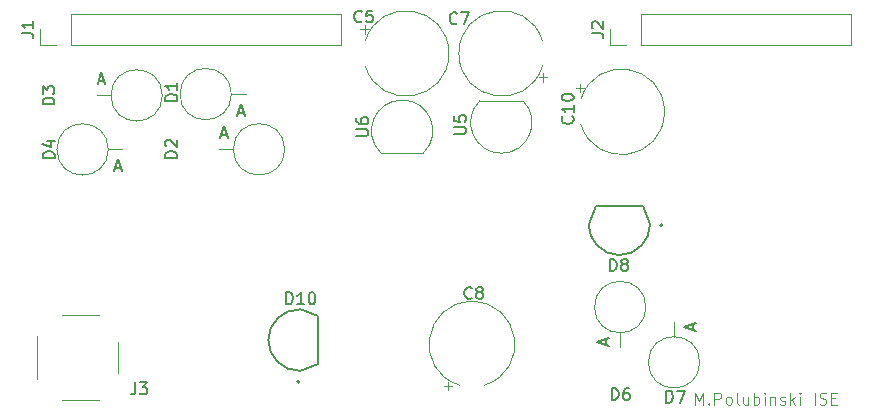
<source format=gto>
G04 #@! TF.GenerationSoftware,KiCad,Pcbnew,8.0.0*
G04 #@! TF.CreationDate,2025-01-04T20:02:43+01:00*
G04 #@! TF.ProjectId,ina2137,696e6132-3133-4372-9e6b-696361645f70,rev?*
G04 #@! TF.SameCoordinates,Original*
G04 #@! TF.FileFunction,Legend,Top*
G04 #@! TF.FilePolarity,Positive*
%FSLAX46Y46*%
G04 Gerber Fmt 4.6, Leading zero omitted, Abs format (unit mm)*
G04 Created by KiCad (PCBNEW 8.0.0) date 2025-01-04 20:02:43*
%MOMM*%
%LPD*%
G01*
G04 APERTURE LIST*
%ADD10C,0.100000*%
%ADD11C,0.150000*%
%ADD12C,0.120000*%
%ADD13C,0.127000*%
%ADD14C,0.200000*%
%ADD15C,0.001000*%
%ADD16C,2.250000*%
%ADD17R,2.800000X2.800000*%
%ADD18O,2.800000X2.800000*%
%ADD19R,1.600000X1.600000*%
%ADD20C,1.600000*%
%ADD21R,1.700000X1.700000*%
%ADD22O,1.700000X1.700000*%
%ADD23R,1.050000X1.500000*%
%ADD24O,1.050000X1.500000*%
%ADD25C,0.600000*%
G04 APERTURE END LIST*
D10*
X166203884Y-111872419D02*
X166203884Y-110872419D01*
X166203884Y-110872419D02*
X166537217Y-111586704D01*
X166537217Y-111586704D02*
X166870550Y-110872419D01*
X166870550Y-110872419D02*
X166870550Y-111872419D01*
X167346741Y-111777180D02*
X167394360Y-111824800D01*
X167394360Y-111824800D02*
X167346741Y-111872419D01*
X167346741Y-111872419D02*
X167299122Y-111824800D01*
X167299122Y-111824800D02*
X167346741Y-111777180D01*
X167346741Y-111777180D02*
X167346741Y-111872419D01*
X167822931Y-111872419D02*
X167822931Y-110872419D01*
X167822931Y-110872419D02*
X168203883Y-110872419D01*
X168203883Y-110872419D02*
X168299121Y-110920038D01*
X168299121Y-110920038D02*
X168346740Y-110967657D01*
X168346740Y-110967657D02*
X168394359Y-111062895D01*
X168394359Y-111062895D02*
X168394359Y-111205752D01*
X168394359Y-111205752D02*
X168346740Y-111300990D01*
X168346740Y-111300990D02*
X168299121Y-111348609D01*
X168299121Y-111348609D02*
X168203883Y-111396228D01*
X168203883Y-111396228D02*
X167822931Y-111396228D01*
X168965788Y-111872419D02*
X168870550Y-111824800D01*
X168870550Y-111824800D02*
X168822931Y-111777180D01*
X168822931Y-111777180D02*
X168775312Y-111681942D01*
X168775312Y-111681942D02*
X168775312Y-111396228D01*
X168775312Y-111396228D02*
X168822931Y-111300990D01*
X168822931Y-111300990D02*
X168870550Y-111253371D01*
X168870550Y-111253371D02*
X168965788Y-111205752D01*
X168965788Y-111205752D02*
X169108645Y-111205752D01*
X169108645Y-111205752D02*
X169203883Y-111253371D01*
X169203883Y-111253371D02*
X169251502Y-111300990D01*
X169251502Y-111300990D02*
X169299121Y-111396228D01*
X169299121Y-111396228D02*
X169299121Y-111681942D01*
X169299121Y-111681942D02*
X169251502Y-111777180D01*
X169251502Y-111777180D02*
X169203883Y-111824800D01*
X169203883Y-111824800D02*
X169108645Y-111872419D01*
X169108645Y-111872419D02*
X168965788Y-111872419D01*
X169870550Y-111872419D02*
X169775312Y-111824800D01*
X169775312Y-111824800D02*
X169727693Y-111729561D01*
X169727693Y-111729561D02*
X169727693Y-110872419D01*
X170680074Y-111205752D02*
X170680074Y-111872419D01*
X170251503Y-111205752D02*
X170251503Y-111729561D01*
X170251503Y-111729561D02*
X170299122Y-111824800D01*
X170299122Y-111824800D02*
X170394360Y-111872419D01*
X170394360Y-111872419D02*
X170537217Y-111872419D01*
X170537217Y-111872419D02*
X170632455Y-111824800D01*
X170632455Y-111824800D02*
X170680074Y-111777180D01*
X171156265Y-111872419D02*
X171156265Y-110872419D01*
X171156265Y-111253371D02*
X171251503Y-111205752D01*
X171251503Y-111205752D02*
X171441979Y-111205752D01*
X171441979Y-111205752D02*
X171537217Y-111253371D01*
X171537217Y-111253371D02*
X171584836Y-111300990D01*
X171584836Y-111300990D02*
X171632455Y-111396228D01*
X171632455Y-111396228D02*
X171632455Y-111681942D01*
X171632455Y-111681942D02*
X171584836Y-111777180D01*
X171584836Y-111777180D02*
X171537217Y-111824800D01*
X171537217Y-111824800D02*
X171441979Y-111872419D01*
X171441979Y-111872419D02*
X171251503Y-111872419D01*
X171251503Y-111872419D02*
X171156265Y-111824800D01*
X172061027Y-111872419D02*
X172061027Y-111205752D01*
X172061027Y-110872419D02*
X172013408Y-110920038D01*
X172013408Y-110920038D02*
X172061027Y-110967657D01*
X172061027Y-110967657D02*
X172108646Y-110920038D01*
X172108646Y-110920038D02*
X172061027Y-110872419D01*
X172061027Y-110872419D02*
X172061027Y-110967657D01*
X172537217Y-111205752D02*
X172537217Y-111872419D01*
X172537217Y-111300990D02*
X172584836Y-111253371D01*
X172584836Y-111253371D02*
X172680074Y-111205752D01*
X172680074Y-111205752D02*
X172822931Y-111205752D01*
X172822931Y-111205752D02*
X172918169Y-111253371D01*
X172918169Y-111253371D02*
X172965788Y-111348609D01*
X172965788Y-111348609D02*
X172965788Y-111872419D01*
X173394360Y-111824800D02*
X173489598Y-111872419D01*
X173489598Y-111872419D02*
X173680074Y-111872419D01*
X173680074Y-111872419D02*
X173775312Y-111824800D01*
X173775312Y-111824800D02*
X173822931Y-111729561D01*
X173822931Y-111729561D02*
X173822931Y-111681942D01*
X173822931Y-111681942D02*
X173775312Y-111586704D01*
X173775312Y-111586704D02*
X173680074Y-111539085D01*
X173680074Y-111539085D02*
X173537217Y-111539085D01*
X173537217Y-111539085D02*
X173441979Y-111491466D01*
X173441979Y-111491466D02*
X173394360Y-111396228D01*
X173394360Y-111396228D02*
X173394360Y-111348609D01*
X173394360Y-111348609D02*
X173441979Y-111253371D01*
X173441979Y-111253371D02*
X173537217Y-111205752D01*
X173537217Y-111205752D02*
X173680074Y-111205752D01*
X173680074Y-111205752D02*
X173775312Y-111253371D01*
X174251503Y-111872419D02*
X174251503Y-110872419D01*
X174346741Y-111491466D02*
X174632455Y-111872419D01*
X174632455Y-111205752D02*
X174251503Y-111586704D01*
X175061027Y-111872419D02*
X175061027Y-111205752D01*
X175061027Y-110872419D02*
X175013408Y-110920038D01*
X175013408Y-110920038D02*
X175061027Y-110967657D01*
X175061027Y-110967657D02*
X175108646Y-110920038D01*
X175108646Y-110920038D02*
X175061027Y-110872419D01*
X175061027Y-110872419D02*
X175061027Y-110967657D01*
X176299122Y-111872419D02*
X176299122Y-110872419D01*
X176727693Y-111824800D02*
X176870550Y-111872419D01*
X176870550Y-111872419D02*
X177108645Y-111872419D01*
X177108645Y-111872419D02*
X177203883Y-111824800D01*
X177203883Y-111824800D02*
X177251502Y-111777180D01*
X177251502Y-111777180D02*
X177299121Y-111681942D01*
X177299121Y-111681942D02*
X177299121Y-111586704D01*
X177299121Y-111586704D02*
X177251502Y-111491466D01*
X177251502Y-111491466D02*
X177203883Y-111443847D01*
X177203883Y-111443847D02*
X177108645Y-111396228D01*
X177108645Y-111396228D02*
X176918169Y-111348609D01*
X176918169Y-111348609D02*
X176822931Y-111300990D01*
X176822931Y-111300990D02*
X176775312Y-111253371D01*
X176775312Y-111253371D02*
X176727693Y-111158133D01*
X176727693Y-111158133D02*
X176727693Y-111062895D01*
X176727693Y-111062895D02*
X176775312Y-110967657D01*
X176775312Y-110967657D02*
X176822931Y-110920038D01*
X176822931Y-110920038D02*
X176918169Y-110872419D01*
X176918169Y-110872419D02*
X177156264Y-110872419D01*
X177156264Y-110872419D02*
X177299121Y-110920038D01*
X177727693Y-111348609D02*
X178061026Y-111348609D01*
X178203883Y-111872419D02*
X177727693Y-111872419D01*
X177727693Y-111872419D02*
X177727693Y-110872419D01*
X177727693Y-110872419D02*
X178203883Y-110872419D01*
D11*
X118796666Y-110004819D02*
X118796666Y-110719104D01*
X118796666Y-110719104D02*
X118749047Y-110861961D01*
X118749047Y-110861961D02*
X118653809Y-110957200D01*
X118653809Y-110957200D02*
X118510952Y-111004819D01*
X118510952Y-111004819D02*
X118415714Y-111004819D01*
X119177619Y-110004819D02*
X119796666Y-110004819D01*
X119796666Y-110004819D02*
X119463333Y-110385771D01*
X119463333Y-110385771D02*
X119606190Y-110385771D01*
X119606190Y-110385771D02*
X119701428Y-110433390D01*
X119701428Y-110433390D02*
X119749047Y-110481009D01*
X119749047Y-110481009D02*
X119796666Y-110576247D01*
X119796666Y-110576247D02*
X119796666Y-110814342D01*
X119796666Y-110814342D02*
X119749047Y-110909580D01*
X119749047Y-110909580D02*
X119701428Y-110957200D01*
X119701428Y-110957200D02*
X119606190Y-111004819D01*
X119606190Y-111004819D02*
X119320476Y-111004819D01*
X119320476Y-111004819D02*
X119225238Y-110957200D01*
X119225238Y-110957200D02*
X119177619Y-110909580D01*
X122334920Y-86158097D02*
X121334920Y-86158097D01*
X121334920Y-86158097D02*
X121334920Y-85920002D01*
X121334920Y-85920002D02*
X121382539Y-85777145D01*
X121382539Y-85777145D02*
X121477777Y-85681907D01*
X121477777Y-85681907D02*
X121573015Y-85634288D01*
X121573015Y-85634288D02*
X121763491Y-85586669D01*
X121763491Y-85586669D02*
X121906348Y-85586669D01*
X121906348Y-85586669D02*
X122096824Y-85634288D01*
X122096824Y-85634288D02*
X122192062Y-85681907D01*
X122192062Y-85681907D02*
X122287301Y-85777145D01*
X122287301Y-85777145D02*
X122334920Y-85920002D01*
X122334920Y-85920002D02*
X122334920Y-86158097D01*
X122334920Y-84634288D02*
X122334920Y-85205716D01*
X122334920Y-84920002D02*
X121334920Y-84920002D01*
X121334920Y-84920002D02*
X121477777Y-85015240D01*
X121477777Y-85015240D02*
X121573015Y-85110478D01*
X121573015Y-85110478D02*
X121620634Y-85205716D01*
X127481905Y-87159104D02*
X127958095Y-87159104D01*
X127386667Y-87444819D02*
X127720000Y-86444819D01*
X127720000Y-86444819D02*
X128053333Y-87444819D01*
X137953333Y-79419580D02*
X137905714Y-79467200D01*
X137905714Y-79467200D02*
X137762857Y-79514819D01*
X137762857Y-79514819D02*
X137667619Y-79514819D01*
X137667619Y-79514819D02*
X137524762Y-79467200D01*
X137524762Y-79467200D02*
X137429524Y-79371961D01*
X137429524Y-79371961D02*
X137381905Y-79276723D01*
X137381905Y-79276723D02*
X137334286Y-79086247D01*
X137334286Y-79086247D02*
X137334286Y-78943390D01*
X137334286Y-78943390D02*
X137381905Y-78752914D01*
X137381905Y-78752914D02*
X137429524Y-78657676D01*
X137429524Y-78657676D02*
X137524762Y-78562438D01*
X137524762Y-78562438D02*
X137667619Y-78514819D01*
X137667619Y-78514819D02*
X137762857Y-78514819D01*
X137762857Y-78514819D02*
X137905714Y-78562438D01*
X137905714Y-78562438D02*
X137953333Y-78610057D01*
X138858095Y-78514819D02*
X138381905Y-78514819D01*
X138381905Y-78514819D02*
X138334286Y-78991009D01*
X138334286Y-78991009D02*
X138381905Y-78943390D01*
X138381905Y-78943390D02*
X138477143Y-78895771D01*
X138477143Y-78895771D02*
X138715238Y-78895771D01*
X138715238Y-78895771D02*
X138810476Y-78943390D01*
X138810476Y-78943390D02*
X138858095Y-78991009D01*
X138858095Y-78991009D02*
X138905714Y-79086247D01*
X138905714Y-79086247D02*
X138905714Y-79324342D01*
X138905714Y-79324342D02*
X138858095Y-79419580D01*
X138858095Y-79419580D02*
X138810476Y-79467200D01*
X138810476Y-79467200D02*
X138715238Y-79514819D01*
X138715238Y-79514819D02*
X138477143Y-79514819D01*
X138477143Y-79514819D02*
X138381905Y-79467200D01*
X138381905Y-79467200D02*
X138334286Y-79419580D01*
X109164819Y-80433333D02*
X109879104Y-80433333D01*
X109879104Y-80433333D02*
X110021961Y-80480952D01*
X110021961Y-80480952D02*
X110117200Y-80576190D01*
X110117200Y-80576190D02*
X110164819Y-80719047D01*
X110164819Y-80719047D02*
X110164819Y-80814285D01*
X110164819Y-79433333D02*
X110164819Y-80004761D01*
X110164819Y-79719047D02*
X109164819Y-79719047D01*
X109164819Y-79719047D02*
X109307676Y-79814285D01*
X109307676Y-79814285D02*
X109402914Y-79909523D01*
X109402914Y-79909523D02*
X109450533Y-80004761D01*
X111954819Y-91008094D02*
X110954819Y-91008094D01*
X110954819Y-91008094D02*
X110954819Y-90769999D01*
X110954819Y-90769999D02*
X111002438Y-90627142D01*
X111002438Y-90627142D02*
X111097676Y-90531904D01*
X111097676Y-90531904D02*
X111192914Y-90484285D01*
X111192914Y-90484285D02*
X111383390Y-90436666D01*
X111383390Y-90436666D02*
X111526247Y-90436666D01*
X111526247Y-90436666D02*
X111716723Y-90484285D01*
X111716723Y-90484285D02*
X111811961Y-90531904D01*
X111811961Y-90531904D02*
X111907200Y-90627142D01*
X111907200Y-90627142D02*
X111954819Y-90769999D01*
X111954819Y-90769999D02*
X111954819Y-91008094D01*
X111288152Y-89579523D02*
X111954819Y-89579523D01*
X110907200Y-89817618D02*
X111621485Y-90055713D01*
X111621485Y-90055713D02*
X111621485Y-89436666D01*
X117061905Y-91839104D02*
X117538095Y-91839104D01*
X116966667Y-92124819D02*
X117300000Y-91124819D01*
X117300000Y-91124819D02*
X117633333Y-92124819D01*
X157424819Y-80433333D02*
X158139104Y-80433333D01*
X158139104Y-80433333D02*
X158281961Y-80480952D01*
X158281961Y-80480952D02*
X158377200Y-80576190D01*
X158377200Y-80576190D02*
X158424819Y-80719047D01*
X158424819Y-80719047D02*
X158424819Y-80814285D01*
X157520057Y-80004761D02*
X157472438Y-79957142D01*
X157472438Y-79957142D02*
X157424819Y-79861904D01*
X157424819Y-79861904D02*
X157424819Y-79623809D01*
X157424819Y-79623809D02*
X157472438Y-79528571D01*
X157472438Y-79528571D02*
X157520057Y-79480952D01*
X157520057Y-79480952D02*
X157615295Y-79433333D01*
X157615295Y-79433333D02*
X157710533Y-79433333D01*
X157710533Y-79433333D02*
X157853390Y-79480952D01*
X157853390Y-79480952D02*
X158424819Y-80052380D01*
X158424819Y-80052380D02*
X158424819Y-79433333D01*
X122304819Y-90978094D02*
X121304819Y-90978094D01*
X121304819Y-90978094D02*
X121304819Y-90739999D01*
X121304819Y-90739999D02*
X121352438Y-90597142D01*
X121352438Y-90597142D02*
X121447676Y-90501904D01*
X121447676Y-90501904D02*
X121542914Y-90454285D01*
X121542914Y-90454285D02*
X121733390Y-90406666D01*
X121733390Y-90406666D02*
X121876247Y-90406666D01*
X121876247Y-90406666D02*
X122066723Y-90454285D01*
X122066723Y-90454285D02*
X122161961Y-90501904D01*
X122161961Y-90501904D02*
X122257200Y-90597142D01*
X122257200Y-90597142D02*
X122304819Y-90739999D01*
X122304819Y-90739999D02*
X122304819Y-90978094D01*
X121400057Y-90025713D02*
X121352438Y-89978094D01*
X121352438Y-89978094D02*
X121304819Y-89882856D01*
X121304819Y-89882856D02*
X121304819Y-89644761D01*
X121304819Y-89644761D02*
X121352438Y-89549523D01*
X121352438Y-89549523D02*
X121400057Y-89501904D01*
X121400057Y-89501904D02*
X121495295Y-89454285D01*
X121495295Y-89454285D02*
X121590533Y-89454285D01*
X121590533Y-89454285D02*
X121733390Y-89501904D01*
X121733390Y-89501904D02*
X122304819Y-90073332D01*
X122304819Y-90073332D02*
X122304819Y-89454285D01*
X126042006Y-89039104D02*
X126518196Y-89039104D01*
X125946768Y-89324819D02*
X126280101Y-88324819D01*
X126280101Y-88324819D02*
X126613434Y-89324819D01*
X163731905Y-111704768D02*
X163731905Y-110704768D01*
X163731905Y-110704768D02*
X163970000Y-110704768D01*
X163970000Y-110704768D02*
X164112857Y-110752387D01*
X164112857Y-110752387D02*
X164208095Y-110847625D01*
X164208095Y-110847625D02*
X164255714Y-110942863D01*
X164255714Y-110942863D02*
X164303333Y-111133339D01*
X164303333Y-111133339D02*
X164303333Y-111276196D01*
X164303333Y-111276196D02*
X164255714Y-111466672D01*
X164255714Y-111466672D02*
X164208095Y-111561910D01*
X164208095Y-111561910D02*
X164112857Y-111657149D01*
X164112857Y-111657149D02*
X163970000Y-111704768D01*
X163970000Y-111704768D02*
X163731905Y-111704768D01*
X164636667Y-110704768D02*
X165303333Y-110704768D01*
X165303333Y-110704768D02*
X164874762Y-111704768D01*
X165969104Y-105558094D02*
X165969104Y-105081904D01*
X166254819Y-105653332D02*
X165254819Y-105319999D01*
X165254819Y-105319999D02*
X166254819Y-104986666D01*
X146013333Y-79579580D02*
X145965714Y-79627200D01*
X145965714Y-79627200D02*
X145822857Y-79674819D01*
X145822857Y-79674819D02*
X145727619Y-79674819D01*
X145727619Y-79674819D02*
X145584762Y-79627200D01*
X145584762Y-79627200D02*
X145489524Y-79531961D01*
X145489524Y-79531961D02*
X145441905Y-79436723D01*
X145441905Y-79436723D02*
X145394286Y-79246247D01*
X145394286Y-79246247D02*
X145394286Y-79103390D01*
X145394286Y-79103390D02*
X145441905Y-78912914D01*
X145441905Y-78912914D02*
X145489524Y-78817676D01*
X145489524Y-78817676D02*
X145584762Y-78722438D01*
X145584762Y-78722438D02*
X145727619Y-78674819D01*
X145727619Y-78674819D02*
X145822857Y-78674819D01*
X145822857Y-78674819D02*
X145965714Y-78722438D01*
X145965714Y-78722438D02*
X146013333Y-78770057D01*
X146346667Y-78674819D02*
X147013333Y-78674819D01*
X147013333Y-78674819D02*
X146584762Y-79674819D01*
X155797380Y-87480357D02*
X155845000Y-87527976D01*
X155845000Y-87527976D02*
X155892619Y-87670833D01*
X155892619Y-87670833D02*
X155892619Y-87766071D01*
X155892619Y-87766071D02*
X155845000Y-87908928D01*
X155845000Y-87908928D02*
X155749761Y-88004166D01*
X155749761Y-88004166D02*
X155654523Y-88051785D01*
X155654523Y-88051785D02*
X155464047Y-88099404D01*
X155464047Y-88099404D02*
X155321190Y-88099404D01*
X155321190Y-88099404D02*
X155130714Y-88051785D01*
X155130714Y-88051785D02*
X155035476Y-88004166D01*
X155035476Y-88004166D02*
X154940238Y-87908928D01*
X154940238Y-87908928D02*
X154892619Y-87766071D01*
X154892619Y-87766071D02*
X154892619Y-87670833D01*
X154892619Y-87670833D02*
X154940238Y-87527976D01*
X154940238Y-87527976D02*
X154987857Y-87480357D01*
X155892619Y-86527976D02*
X155892619Y-87099404D01*
X155892619Y-86813690D02*
X154892619Y-86813690D01*
X154892619Y-86813690D02*
X155035476Y-86908928D01*
X155035476Y-86908928D02*
X155130714Y-87004166D01*
X155130714Y-87004166D02*
X155178333Y-87099404D01*
X154892619Y-85908928D02*
X154892619Y-85813690D01*
X154892619Y-85813690D02*
X154940238Y-85718452D01*
X154940238Y-85718452D02*
X154987857Y-85670833D01*
X154987857Y-85670833D02*
X155083095Y-85623214D01*
X155083095Y-85623214D02*
X155273571Y-85575595D01*
X155273571Y-85575595D02*
X155511666Y-85575595D01*
X155511666Y-85575595D02*
X155702142Y-85623214D01*
X155702142Y-85623214D02*
X155797380Y-85670833D01*
X155797380Y-85670833D02*
X155845000Y-85718452D01*
X155845000Y-85718452D02*
X155892619Y-85813690D01*
X155892619Y-85813690D02*
X155892619Y-85908928D01*
X155892619Y-85908928D02*
X155845000Y-86004166D01*
X155845000Y-86004166D02*
X155797380Y-86051785D01*
X155797380Y-86051785D02*
X155702142Y-86099404D01*
X155702142Y-86099404D02*
X155511666Y-86147023D01*
X155511666Y-86147023D02*
X155273571Y-86147023D01*
X155273571Y-86147023D02*
X155083095Y-86099404D01*
X155083095Y-86099404D02*
X154987857Y-86051785D01*
X154987857Y-86051785D02*
X154940238Y-86004166D01*
X154940238Y-86004166D02*
X154892619Y-85908928D01*
X159131905Y-111484871D02*
X159131905Y-110484871D01*
X159131905Y-110484871D02*
X159370000Y-110484871D01*
X159370000Y-110484871D02*
X159512857Y-110532490D01*
X159512857Y-110532490D02*
X159608095Y-110627728D01*
X159608095Y-110627728D02*
X159655714Y-110722966D01*
X159655714Y-110722966D02*
X159703333Y-110913442D01*
X159703333Y-110913442D02*
X159703333Y-111056299D01*
X159703333Y-111056299D02*
X159655714Y-111246775D01*
X159655714Y-111246775D02*
X159608095Y-111342013D01*
X159608095Y-111342013D02*
X159512857Y-111437252D01*
X159512857Y-111437252D02*
X159370000Y-111484871D01*
X159370000Y-111484871D02*
X159131905Y-111484871D01*
X160560476Y-110484871D02*
X160370000Y-110484871D01*
X160370000Y-110484871D02*
X160274762Y-110532490D01*
X160274762Y-110532490D02*
X160227143Y-110580109D01*
X160227143Y-110580109D02*
X160131905Y-110722966D01*
X160131905Y-110722966D02*
X160084286Y-110913442D01*
X160084286Y-110913442D02*
X160084286Y-111294394D01*
X160084286Y-111294394D02*
X160131905Y-111389632D01*
X160131905Y-111389632D02*
X160179524Y-111437252D01*
X160179524Y-111437252D02*
X160274762Y-111484871D01*
X160274762Y-111484871D02*
X160465238Y-111484871D01*
X160465238Y-111484871D02*
X160560476Y-111437252D01*
X160560476Y-111437252D02*
X160608095Y-111389632D01*
X160608095Y-111389632D02*
X160655714Y-111294394D01*
X160655714Y-111294394D02*
X160655714Y-111056299D01*
X160655714Y-111056299D02*
X160608095Y-110961061D01*
X160608095Y-110961061D02*
X160560476Y-110913442D01*
X160560476Y-110913442D02*
X160465238Y-110865823D01*
X160465238Y-110865823D02*
X160274762Y-110865823D01*
X160274762Y-110865823D02*
X160179524Y-110913442D01*
X160179524Y-110913442D02*
X160131905Y-110961061D01*
X160131905Y-110961061D02*
X160084286Y-111056299D01*
X158609154Y-106838094D02*
X158609154Y-106361904D01*
X158894869Y-106933332D02*
X157894869Y-106599999D01*
X157894869Y-106599999D02*
X158894869Y-106266666D01*
X137504819Y-89131904D02*
X138314342Y-89131904D01*
X138314342Y-89131904D02*
X138409580Y-89084285D01*
X138409580Y-89084285D02*
X138457200Y-89036666D01*
X138457200Y-89036666D02*
X138504819Y-88941428D01*
X138504819Y-88941428D02*
X138504819Y-88750952D01*
X138504819Y-88750952D02*
X138457200Y-88655714D01*
X138457200Y-88655714D02*
X138409580Y-88608095D01*
X138409580Y-88608095D02*
X138314342Y-88560476D01*
X138314342Y-88560476D02*
X137504819Y-88560476D01*
X137504819Y-87655714D02*
X137504819Y-87846190D01*
X137504819Y-87846190D02*
X137552438Y-87941428D01*
X137552438Y-87941428D02*
X137600057Y-87989047D01*
X137600057Y-87989047D02*
X137742914Y-88084285D01*
X137742914Y-88084285D02*
X137933390Y-88131904D01*
X137933390Y-88131904D02*
X138314342Y-88131904D01*
X138314342Y-88131904D02*
X138409580Y-88084285D01*
X138409580Y-88084285D02*
X138457200Y-88036666D01*
X138457200Y-88036666D02*
X138504819Y-87941428D01*
X138504819Y-87941428D02*
X138504819Y-87750952D01*
X138504819Y-87750952D02*
X138457200Y-87655714D01*
X138457200Y-87655714D02*
X138409580Y-87608095D01*
X138409580Y-87608095D02*
X138314342Y-87560476D01*
X138314342Y-87560476D02*
X138076247Y-87560476D01*
X138076247Y-87560476D02*
X137981009Y-87608095D01*
X137981009Y-87608095D02*
X137933390Y-87655714D01*
X137933390Y-87655714D02*
X137885771Y-87750952D01*
X137885771Y-87750952D02*
X137885771Y-87941428D01*
X137885771Y-87941428D02*
X137933390Y-88036666D01*
X137933390Y-88036666D02*
X137981009Y-88084285D01*
X137981009Y-88084285D02*
X138076247Y-88131904D01*
X111934819Y-86468094D02*
X110934819Y-86468094D01*
X110934819Y-86468094D02*
X110934819Y-86229999D01*
X110934819Y-86229999D02*
X110982438Y-86087142D01*
X110982438Y-86087142D02*
X111077676Y-85991904D01*
X111077676Y-85991904D02*
X111172914Y-85944285D01*
X111172914Y-85944285D02*
X111363390Y-85896666D01*
X111363390Y-85896666D02*
X111506247Y-85896666D01*
X111506247Y-85896666D02*
X111696723Y-85944285D01*
X111696723Y-85944285D02*
X111791961Y-85991904D01*
X111791961Y-85991904D02*
X111887200Y-86087142D01*
X111887200Y-86087142D02*
X111934819Y-86229999D01*
X111934819Y-86229999D02*
X111934819Y-86468094D01*
X110934819Y-85563332D02*
X110934819Y-84944285D01*
X110934819Y-84944285D02*
X111315771Y-85277618D01*
X111315771Y-85277618D02*
X111315771Y-85134761D01*
X111315771Y-85134761D02*
X111363390Y-85039523D01*
X111363390Y-85039523D02*
X111411009Y-84991904D01*
X111411009Y-84991904D02*
X111506247Y-84944285D01*
X111506247Y-84944285D02*
X111744342Y-84944285D01*
X111744342Y-84944285D02*
X111839580Y-84991904D01*
X111839580Y-84991904D02*
X111887200Y-85039523D01*
X111887200Y-85039523D02*
X111934819Y-85134761D01*
X111934819Y-85134761D02*
X111934819Y-85420475D01*
X111934819Y-85420475D02*
X111887200Y-85515713D01*
X111887200Y-85515713D02*
X111839580Y-85563332D01*
X115681905Y-84469104D02*
X116158095Y-84469104D01*
X115586667Y-84754819D02*
X115920000Y-83754819D01*
X115920000Y-83754819D02*
X116253333Y-84754819D01*
X145784819Y-88951904D02*
X146594342Y-88951904D01*
X146594342Y-88951904D02*
X146689580Y-88904285D01*
X146689580Y-88904285D02*
X146737200Y-88856666D01*
X146737200Y-88856666D02*
X146784819Y-88761428D01*
X146784819Y-88761428D02*
X146784819Y-88570952D01*
X146784819Y-88570952D02*
X146737200Y-88475714D01*
X146737200Y-88475714D02*
X146689580Y-88428095D01*
X146689580Y-88428095D02*
X146594342Y-88380476D01*
X146594342Y-88380476D02*
X145784819Y-88380476D01*
X145784819Y-87428095D02*
X145784819Y-87904285D01*
X145784819Y-87904285D02*
X146261009Y-87951904D01*
X146261009Y-87951904D02*
X146213390Y-87904285D01*
X146213390Y-87904285D02*
X146165771Y-87809047D01*
X146165771Y-87809047D02*
X146165771Y-87570952D01*
X146165771Y-87570952D02*
X146213390Y-87475714D01*
X146213390Y-87475714D02*
X146261009Y-87428095D01*
X146261009Y-87428095D02*
X146356247Y-87380476D01*
X146356247Y-87380476D02*
X146594342Y-87380476D01*
X146594342Y-87380476D02*
X146689580Y-87428095D01*
X146689580Y-87428095D02*
X146737200Y-87475714D01*
X146737200Y-87475714D02*
X146784819Y-87570952D01*
X146784819Y-87570952D02*
X146784819Y-87809047D01*
X146784819Y-87809047D02*
X146737200Y-87904285D01*
X146737200Y-87904285D02*
X146689580Y-87951904D01*
X147273332Y-102839303D02*
X147225713Y-102886923D01*
X147225713Y-102886923D02*
X147082856Y-102934542D01*
X147082856Y-102934542D02*
X146987618Y-102934542D01*
X146987618Y-102934542D02*
X146844761Y-102886923D01*
X146844761Y-102886923D02*
X146749523Y-102791684D01*
X146749523Y-102791684D02*
X146701904Y-102696446D01*
X146701904Y-102696446D02*
X146654285Y-102505970D01*
X146654285Y-102505970D02*
X146654285Y-102363113D01*
X146654285Y-102363113D02*
X146701904Y-102172637D01*
X146701904Y-102172637D02*
X146749523Y-102077399D01*
X146749523Y-102077399D02*
X146844761Y-101982161D01*
X146844761Y-101982161D02*
X146987618Y-101934542D01*
X146987618Y-101934542D02*
X147082856Y-101934542D01*
X147082856Y-101934542D02*
X147225713Y-101982161D01*
X147225713Y-101982161D02*
X147273332Y-102029780D01*
X147844761Y-102363113D02*
X147749523Y-102315494D01*
X147749523Y-102315494D02*
X147701904Y-102267875D01*
X147701904Y-102267875D02*
X147654285Y-102172637D01*
X147654285Y-102172637D02*
X147654285Y-102125018D01*
X147654285Y-102125018D02*
X147701904Y-102029780D01*
X147701904Y-102029780D02*
X147749523Y-101982161D01*
X147749523Y-101982161D02*
X147844761Y-101934542D01*
X147844761Y-101934542D02*
X148035237Y-101934542D01*
X148035237Y-101934542D02*
X148130475Y-101982161D01*
X148130475Y-101982161D02*
X148178094Y-102029780D01*
X148178094Y-102029780D02*
X148225713Y-102125018D01*
X148225713Y-102125018D02*
X148225713Y-102172637D01*
X148225713Y-102172637D02*
X148178094Y-102267875D01*
X148178094Y-102267875D02*
X148130475Y-102315494D01*
X148130475Y-102315494D02*
X148035237Y-102363113D01*
X148035237Y-102363113D02*
X147844761Y-102363113D01*
X147844761Y-102363113D02*
X147749523Y-102410732D01*
X147749523Y-102410732D02*
X147701904Y-102458351D01*
X147701904Y-102458351D02*
X147654285Y-102553589D01*
X147654285Y-102553589D02*
X147654285Y-102744065D01*
X147654285Y-102744065D02*
X147701904Y-102839303D01*
X147701904Y-102839303D02*
X147749523Y-102886923D01*
X147749523Y-102886923D02*
X147844761Y-102934542D01*
X147844761Y-102934542D02*
X148035237Y-102934542D01*
X148035237Y-102934542D02*
X148130475Y-102886923D01*
X148130475Y-102886923D02*
X148178094Y-102839303D01*
X148178094Y-102839303D02*
X148225713Y-102744065D01*
X148225713Y-102744065D02*
X148225713Y-102553589D01*
X148225713Y-102553589D02*
X148178094Y-102458351D01*
X148178094Y-102458351D02*
X148130475Y-102410732D01*
X148130475Y-102410732D02*
X148035237Y-102363113D01*
X131545714Y-103372480D02*
X131545714Y-102372480D01*
X131545714Y-102372480D02*
X131783809Y-102372480D01*
X131783809Y-102372480D02*
X131926666Y-102420099D01*
X131926666Y-102420099D02*
X132021904Y-102515337D01*
X132021904Y-102515337D02*
X132069523Y-102610575D01*
X132069523Y-102610575D02*
X132117142Y-102801051D01*
X132117142Y-102801051D02*
X132117142Y-102943908D01*
X132117142Y-102943908D02*
X132069523Y-103134384D01*
X132069523Y-103134384D02*
X132021904Y-103229622D01*
X132021904Y-103229622D02*
X131926666Y-103324861D01*
X131926666Y-103324861D02*
X131783809Y-103372480D01*
X131783809Y-103372480D02*
X131545714Y-103372480D01*
X133069523Y-103372480D02*
X132498095Y-103372480D01*
X132783809Y-103372480D02*
X132783809Y-102372480D01*
X132783809Y-102372480D02*
X132688571Y-102515337D01*
X132688571Y-102515337D02*
X132593333Y-102610575D01*
X132593333Y-102610575D02*
X132498095Y-102658194D01*
X133688571Y-102372480D02*
X133783809Y-102372480D01*
X133783809Y-102372480D02*
X133879047Y-102420099D01*
X133879047Y-102420099D02*
X133926666Y-102467718D01*
X133926666Y-102467718D02*
X133974285Y-102562956D01*
X133974285Y-102562956D02*
X134021904Y-102753432D01*
X134021904Y-102753432D02*
X134021904Y-102991527D01*
X134021904Y-102991527D02*
X133974285Y-103182003D01*
X133974285Y-103182003D02*
X133926666Y-103277241D01*
X133926666Y-103277241D02*
X133879047Y-103324861D01*
X133879047Y-103324861D02*
X133783809Y-103372480D01*
X133783809Y-103372480D02*
X133688571Y-103372480D01*
X133688571Y-103372480D02*
X133593333Y-103324861D01*
X133593333Y-103324861D02*
X133545714Y-103277241D01*
X133545714Y-103277241D02*
X133498095Y-103182003D01*
X133498095Y-103182003D02*
X133450476Y-102991527D01*
X133450476Y-102991527D02*
X133450476Y-102753432D01*
X133450476Y-102753432D02*
X133498095Y-102562956D01*
X133498095Y-102562956D02*
X133545714Y-102467718D01*
X133545714Y-102467718D02*
X133593333Y-102420099D01*
X133593333Y-102420099D02*
X133688571Y-102372480D01*
X158971905Y-100554819D02*
X158971905Y-99554819D01*
X158971905Y-99554819D02*
X159210000Y-99554819D01*
X159210000Y-99554819D02*
X159352857Y-99602438D01*
X159352857Y-99602438D02*
X159448095Y-99697676D01*
X159448095Y-99697676D02*
X159495714Y-99792914D01*
X159495714Y-99792914D02*
X159543333Y-99983390D01*
X159543333Y-99983390D02*
X159543333Y-100126247D01*
X159543333Y-100126247D02*
X159495714Y-100316723D01*
X159495714Y-100316723D02*
X159448095Y-100411961D01*
X159448095Y-100411961D02*
X159352857Y-100507200D01*
X159352857Y-100507200D02*
X159210000Y-100554819D01*
X159210000Y-100554819D02*
X158971905Y-100554819D01*
X160114762Y-99983390D02*
X160019524Y-99935771D01*
X160019524Y-99935771D02*
X159971905Y-99888152D01*
X159971905Y-99888152D02*
X159924286Y-99792914D01*
X159924286Y-99792914D02*
X159924286Y-99745295D01*
X159924286Y-99745295D02*
X159971905Y-99650057D01*
X159971905Y-99650057D02*
X160019524Y-99602438D01*
X160019524Y-99602438D02*
X160114762Y-99554819D01*
X160114762Y-99554819D02*
X160305238Y-99554819D01*
X160305238Y-99554819D02*
X160400476Y-99602438D01*
X160400476Y-99602438D02*
X160448095Y-99650057D01*
X160448095Y-99650057D02*
X160495714Y-99745295D01*
X160495714Y-99745295D02*
X160495714Y-99792914D01*
X160495714Y-99792914D02*
X160448095Y-99888152D01*
X160448095Y-99888152D02*
X160400476Y-99935771D01*
X160400476Y-99935771D02*
X160305238Y-99983390D01*
X160305238Y-99983390D02*
X160114762Y-99983390D01*
X160114762Y-99983390D02*
X160019524Y-100031009D01*
X160019524Y-100031009D02*
X159971905Y-100078628D01*
X159971905Y-100078628D02*
X159924286Y-100173866D01*
X159924286Y-100173866D02*
X159924286Y-100364342D01*
X159924286Y-100364342D02*
X159971905Y-100459580D01*
X159971905Y-100459580D02*
X160019524Y-100507200D01*
X160019524Y-100507200D02*
X160114762Y-100554819D01*
X160114762Y-100554819D02*
X160305238Y-100554819D01*
X160305238Y-100554819D02*
X160400476Y-100507200D01*
X160400476Y-100507200D02*
X160448095Y-100459580D01*
X160448095Y-100459580D02*
X160495714Y-100364342D01*
X160495714Y-100364342D02*
X160495714Y-100173866D01*
X160495714Y-100173866D02*
X160448095Y-100078628D01*
X160448095Y-100078628D02*
X160400476Y-100031009D01*
X160400476Y-100031009D02*
X160305238Y-99983390D01*
D12*
X110460000Y-109700000D02*
X110460000Y-106100000D01*
X112540000Y-104300000D02*
X115740000Y-104300000D01*
X112540000Y-111500000D02*
X115740000Y-111500000D01*
X117340000Y-109200000D02*
X117340000Y-106600000D01*
X126914899Y-85590000D02*
X128120000Y-85590000D01*
X126914899Y-85590000D02*
G75*
G02*
X122565101Y-85590000I-2174899J0D01*
G01*
X122565101Y-85590000D02*
G75*
G02*
X126914899Y-85590000I2174899J0D01*
G01*
X137845277Y-80115000D02*
X138545277Y-80115000D01*
X138195277Y-79765000D02*
X138195277Y-80465000D01*
X138258672Y-81090000D02*
G75*
G02*
X138258672Y-83210000I3461328J-1060000D01*
G01*
X110710000Y-81430000D02*
X110710000Y-80100000D01*
X112040000Y-81430000D02*
X110710000Y-81430000D01*
X113310000Y-78770000D02*
X136230000Y-78770000D01*
X113310000Y-81430000D02*
X113310000Y-78770000D01*
X113310000Y-81430000D02*
X136230000Y-81430000D01*
X136230000Y-81430000D02*
X136230000Y-78770000D01*
X116494899Y-90270000D02*
X117700000Y-90270000D01*
X116494899Y-90270000D02*
G75*
G02*
X112145101Y-90270000I-2174899J0D01*
G01*
X112145101Y-90270000D02*
G75*
G02*
X116494899Y-90270000I2174899J0D01*
G01*
X158970000Y-81430000D02*
X158970000Y-80100000D01*
X160300000Y-81430000D02*
X158970000Y-81430000D01*
X161570000Y-78770000D02*
X179410000Y-78770000D01*
X161570000Y-81430000D02*
X161570000Y-78770000D01*
X161570000Y-81430000D02*
X179410000Y-81430000D01*
X179410000Y-81430000D02*
X179410000Y-78770000D01*
X127085202Y-90270000D02*
X125880101Y-90270000D01*
X131435000Y-90270000D02*
G75*
G02*
X127085202Y-90270000I-2174899J0D01*
G01*
X127085202Y-90270000D02*
G75*
G02*
X131435000Y-90270000I2174899J0D01*
G01*
X164400000Y-106125101D02*
X164400000Y-104920000D01*
X166574899Y-108300000D02*
G75*
G02*
X162225101Y-108300000I-2174899J0D01*
G01*
X162225101Y-108300000D02*
G75*
G02*
X166574899Y-108300000I2174899J0D01*
G01*
X153324723Y-84535000D02*
X153324723Y-83835000D01*
X153674723Y-84185000D02*
X152974723Y-84185000D01*
X153261328Y-83210000D02*
G75*
G02*
X153261328Y-81090000I-3461328J1060000D01*
G01*
X156095277Y-85055000D02*
X156795277Y-85055000D01*
X156445277Y-84705000D02*
X156445277Y-85405000D01*
X156508672Y-86030000D02*
G75*
G02*
X156508672Y-88150000I3461328J-1060000D01*
G01*
X159840050Y-105794899D02*
X159840050Y-107000000D01*
X162014949Y-103620000D02*
G75*
G02*
X157665151Y-103620000I-2174899J0D01*
G01*
X157665151Y-103620000D02*
G75*
G02*
X162014949Y-103620000I2174899J0D01*
G01*
X139580000Y-90540000D02*
X143180000Y-90540000D01*
X139541522Y-90528478D02*
G75*
G02*
X141380000Y-86090000I1838478J1838478D01*
G01*
X141380000Y-86090000D02*
G75*
G02*
X143218478Y-90528478I0J-2600000D01*
G01*
X116725101Y-85700000D02*
X115520000Y-85700000D01*
X121074899Y-85700000D02*
G75*
G02*
X116725101Y-85700000I-2174899J0D01*
G01*
X116725101Y-85700000D02*
G75*
G02*
X121074899Y-85700000I2174899J0D01*
G01*
X151580000Y-86150000D02*
X147980000Y-86150000D01*
X149780000Y-90600000D02*
G75*
G02*
X147941522Y-86161522I0J2600000D01*
G01*
X151618478Y-86161522D02*
G75*
G02*
X149780000Y-90600000I-1838478J-1838478D01*
G01*
X144905000Y-110294723D02*
X145605000Y-110294723D01*
X145255000Y-110644723D02*
X145255000Y-109944723D01*
X146230000Y-110231328D02*
G75*
G02*
X148350000Y-110231328I1060000J3461328D01*
G01*
D13*
X132710000Y-103812661D02*
X134230000Y-104417661D01*
X134230000Y-104417661D02*
X134230000Y-108417661D01*
X134230000Y-108417661D02*
X132710000Y-109022661D01*
X130040000Y-106417661D02*
G75*
G02*
X132710000Y-103812661I2637500J-32500D01*
G01*
X132710000Y-109022661D02*
G75*
G02*
X130040000Y-106417661I-32500J2637500D01*
G01*
D14*
X132684400Y-109957661D02*
G75*
G02*
X132475600Y-109957661I-104400J0D01*
G01*
X132475600Y-109957661D02*
G75*
G02*
X132684400Y-109957661I104400J0D01*
G01*
D13*
X157162800Y-96557500D02*
X157767800Y-95037500D01*
X157767800Y-95037500D02*
X161767800Y-95037500D01*
X161767800Y-95037500D02*
X162372800Y-96557500D01*
X159767800Y-99227500D02*
G75*
G02*
X157162800Y-96557500I32500J2637500D01*
G01*
X162372800Y-96557500D02*
G75*
G02*
X159767800Y-99227500I-2637500J-32500D01*
G01*
D14*
X163412200Y-96687500D02*
G75*
G02*
X163203400Y-96687500I-104400J0D01*
G01*
X163203400Y-96687500D02*
G75*
G02*
X163412200Y-96687500I104400J0D01*
G01*
%LPC*%
D15*
X133270000Y-104563661D02*
X133301000Y-104566661D01*
X133332000Y-104571661D01*
X133363000Y-104577661D01*
X133394000Y-104585661D01*
X133424000Y-104595661D01*
X133453000Y-104606661D01*
X133482000Y-104618661D01*
X133510000Y-104632661D01*
X133538000Y-104648661D01*
X133565000Y-104665661D01*
X133590000Y-104683661D01*
X133615000Y-104703661D01*
X133639000Y-104724661D01*
X133661000Y-104746661D01*
X133682000Y-104769661D01*
X133702000Y-104793661D01*
X133721000Y-104819661D01*
X133739000Y-104845661D01*
X133755000Y-104872661D01*
X133769000Y-104900661D01*
X133782000Y-104929661D01*
X133794000Y-104958661D01*
X133804000Y-104988661D01*
X133812000Y-105019661D01*
X133819000Y-105049661D01*
X133824000Y-105081661D01*
X133828000Y-105112661D01*
X133830000Y-105147661D01*
X133828000Y-105182661D01*
X133824000Y-105213661D01*
X133819000Y-105245661D01*
X133812000Y-105275661D01*
X133804000Y-105306661D01*
X133794000Y-105336661D01*
X133782000Y-105365661D01*
X133769000Y-105394661D01*
X133755000Y-105422661D01*
X133739000Y-105449661D01*
X133721000Y-105475661D01*
X133702000Y-105501661D01*
X133682000Y-105525661D01*
X133661000Y-105548661D01*
X133639000Y-105570661D01*
X133615000Y-105591661D01*
X133590000Y-105611661D01*
X133565000Y-105629661D01*
X133538000Y-105646661D01*
X133510000Y-105662661D01*
X133482000Y-105676661D01*
X133453000Y-105688661D01*
X133424000Y-105699661D01*
X133394000Y-105709661D01*
X133363000Y-105717661D01*
X133332000Y-105723661D01*
X133301000Y-105728661D01*
X133270000Y-105731661D01*
X133238000Y-105732661D01*
X133210000Y-105732661D01*
X132210000Y-105732661D01*
X132182000Y-105732661D01*
X132150000Y-105731661D01*
X132119000Y-105728661D01*
X132088000Y-105723661D01*
X132057000Y-105717661D01*
X132026000Y-105709661D01*
X131996000Y-105699661D01*
X131967000Y-105688661D01*
X131938000Y-105676661D01*
X131910000Y-105662661D01*
X131882000Y-105646661D01*
X131855000Y-105629661D01*
X131830000Y-105611661D01*
X131805000Y-105591661D01*
X131781000Y-105570661D01*
X131759000Y-105548661D01*
X131738000Y-105525661D01*
X131718000Y-105501661D01*
X131699000Y-105475661D01*
X131681000Y-105449661D01*
X131665000Y-105422661D01*
X131651000Y-105394661D01*
X131638000Y-105365661D01*
X131626000Y-105336661D01*
X131616000Y-105306661D01*
X131608000Y-105275661D01*
X131601000Y-105245661D01*
X131596000Y-105213661D01*
X131592000Y-105182661D01*
X131590000Y-105147661D01*
X131592000Y-105112661D01*
X131596000Y-105081661D01*
X131601000Y-105049661D01*
X131608000Y-105019661D01*
X131616000Y-104988661D01*
X131626000Y-104958661D01*
X131638000Y-104929661D01*
X131651000Y-104900661D01*
X131665000Y-104872661D01*
X131681000Y-104845661D01*
X131699000Y-104819661D01*
X131718000Y-104793661D01*
X131738000Y-104769661D01*
X131759000Y-104746661D01*
X131781000Y-104724661D01*
X131805000Y-104703661D01*
X131830000Y-104683661D01*
X131855000Y-104665661D01*
X131882000Y-104648661D01*
X131910000Y-104632661D01*
X131938000Y-104618661D01*
X131967000Y-104606661D01*
X131996000Y-104595661D01*
X132026000Y-104585661D01*
X132057000Y-104577661D01*
X132088000Y-104571661D01*
X132119000Y-104566661D01*
X132150000Y-104563661D01*
X132182000Y-104562661D01*
X132210000Y-104562661D01*
X133210000Y-104562661D01*
X133238000Y-104562661D01*
X133270000Y-104563661D01*
G36*
X133270000Y-104563661D02*
G01*
X133301000Y-104566661D01*
X133332000Y-104571661D01*
X133363000Y-104577661D01*
X133394000Y-104585661D01*
X133424000Y-104595661D01*
X133453000Y-104606661D01*
X133482000Y-104618661D01*
X133510000Y-104632661D01*
X133538000Y-104648661D01*
X133565000Y-104665661D01*
X133590000Y-104683661D01*
X133615000Y-104703661D01*
X133639000Y-104724661D01*
X133661000Y-104746661D01*
X133682000Y-104769661D01*
X133702000Y-104793661D01*
X133721000Y-104819661D01*
X133739000Y-104845661D01*
X133755000Y-104872661D01*
X133769000Y-104900661D01*
X133782000Y-104929661D01*
X133794000Y-104958661D01*
X133804000Y-104988661D01*
X133812000Y-105019661D01*
X133819000Y-105049661D01*
X133824000Y-105081661D01*
X133828000Y-105112661D01*
X133830000Y-105147661D01*
X133828000Y-105182661D01*
X133824000Y-105213661D01*
X133819000Y-105245661D01*
X133812000Y-105275661D01*
X133804000Y-105306661D01*
X133794000Y-105336661D01*
X133782000Y-105365661D01*
X133769000Y-105394661D01*
X133755000Y-105422661D01*
X133739000Y-105449661D01*
X133721000Y-105475661D01*
X133702000Y-105501661D01*
X133682000Y-105525661D01*
X133661000Y-105548661D01*
X133639000Y-105570661D01*
X133615000Y-105591661D01*
X133590000Y-105611661D01*
X133565000Y-105629661D01*
X133538000Y-105646661D01*
X133510000Y-105662661D01*
X133482000Y-105676661D01*
X133453000Y-105688661D01*
X133424000Y-105699661D01*
X133394000Y-105709661D01*
X133363000Y-105717661D01*
X133332000Y-105723661D01*
X133301000Y-105728661D01*
X133270000Y-105731661D01*
X133238000Y-105732661D01*
X133210000Y-105732661D01*
X132210000Y-105732661D01*
X132182000Y-105732661D01*
X132150000Y-105731661D01*
X132119000Y-105728661D01*
X132088000Y-105723661D01*
X132057000Y-105717661D01*
X132026000Y-105709661D01*
X131996000Y-105699661D01*
X131967000Y-105688661D01*
X131938000Y-105676661D01*
X131910000Y-105662661D01*
X131882000Y-105646661D01*
X131855000Y-105629661D01*
X131830000Y-105611661D01*
X131805000Y-105591661D01*
X131781000Y-105570661D01*
X131759000Y-105548661D01*
X131738000Y-105525661D01*
X131718000Y-105501661D01*
X131699000Y-105475661D01*
X131681000Y-105449661D01*
X131665000Y-105422661D01*
X131651000Y-105394661D01*
X131638000Y-105365661D01*
X131626000Y-105336661D01*
X131616000Y-105306661D01*
X131608000Y-105275661D01*
X131601000Y-105245661D01*
X131596000Y-105213661D01*
X131592000Y-105182661D01*
X131590000Y-105147661D01*
X131592000Y-105112661D01*
X131596000Y-105081661D01*
X131601000Y-105049661D01*
X131608000Y-105019661D01*
X131616000Y-104988661D01*
X131626000Y-104958661D01*
X131638000Y-104929661D01*
X131651000Y-104900661D01*
X131665000Y-104872661D01*
X131681000Y-104845661D01*
X131699000Y-104819661D01*
X131718000Y-104793661D01*
X131738000Y-104769661D01*
X131759000Y-104746661D01*
X131781000Y-104724661D01*
X131805000Y-104703661D01*
X131830000Y-104683661D01*
X131855000Y-104665661D01*
X131882000Y-104648661D01*
X131910000Y-104632661D01*
X131938000Y-104618661D01*
X131967000Y-104606661D01*
X131996000Y-104595661D01*
X132026000Y-104585661D01*
X132057000Y-104577661D01*
X132088000Y-104571661D01*
X132119000Y-104566661D01*
X132150000Y-104563661D01*
X132182000Y-104562661D01*
X132210000Y-104562661D01*
X133210000Y-104562661D01*
X133238000Y-104562661D01*
X133270000Y-104563661D01*
G37*
X133270000Y-105833661D02*
X133301000Y-105836661D01*
X133332000Y-105841661D01*
X133363000Y-105847661D01*
X133394000Y-105855661D01*
X133424000Y-105865661D01*
X133453000Y-105876661D01*
X133482000Y-105888661D01*
X133510000Y-105902661D01*
X133538000Y-105918661D01*
X133565000Y-105935661D01*
X133590000Y-105953661D01*
X133615000Y-105973661D01*
X133639000Y-105994661D01*
X133661000Y-106016661D01*
X133682000Y-106039661D01*
X133702000Y-106063661D01*
X133721000Y-106089661D01*
X133739000Y-106115661D01*
X133755000Y-106142661D01*
X133769000Y-106170661D01*
X133782000Y-106199661D01*
X133794000Y-106228661D01*
X133804000Y-106258661D01*
X133812000Y-106289661D01*
X133819000Y-106319661D01*
X133824000Y-106351661D01*
X133828000Y-106382661D01*
X133830000Y-106417661D01*
X133828000Y-106452661D01*
X133824000Y-106483661D01*
X133819000Y-106515661D01*
X133812000Y-106545661D01*
X133804000Y-106576661D01*
X133794000Y-106606661D01*
X133782000Y-106635661D01*
X133769000Y-106664661D01*
X133755000Y-106692661D01*
X133739000Y-106719661D01*
X133721000Y-106745661D01*
X133702000Y-106771661D01*
X133682000Y-106795661D01*
X133661000Y-106818661D01*
X133639000Y-106840661D01*
X133615000Y-106861661D01*
X133590000Y-106881661D01*
X133565000Y-106899661D01*
X133538000Y-106916661D01*
X133510000Y-106932661D01*
X133482000Y-106946661D01*
X133453000Y-106958661D01*
X133424000Y-106969661D01*
X133394000Y-106979661D01*
X133363000Y-106987661D01*
X133332000Y-106993661D01*
X133301000Y-106998661D01*
X133270000Y-107001661D01*
X133238000Y-107002661D01*
X133210000Y-107002661D01*
X132210000Y-107002661D01*
X132182000Y-107002661D01*
X132150000Y-107001661D01*
X132119000Y-106998661D01*
X132088000Y-106993661D01*
X132057000Y-106987661D01*
X132026000Y-106979661D01*
X131996000Y-106969661D01*
X131967000Y-106958661D01*
X131938000Y-106946661D01*
X131910000Y-106932661D01*
X131882000Y-106916661D01*
X131855000Y-106899661D01*
X131830000Y-106881661D01*
X131805000Y-106861661D01*
X131781000Y-106840661D01*
X131759000Y-106818661D01*
X131738000Y-106795661D01*
X131718000Y-106771661D01*
X131699000Y-106745661D01*
X131681000Y-106719661D01*
X131665000Y-106692661D01*
X131651000Y-106664661D01*
X131638000Y-106635661D01*
X131626000Y-106606661D01*
X131616000Y-106576661D01*
X131608000Y-106545661D01*
X131601000Y-106515661D01*
X131596000Y-106483661D01*
X131592000Y-106452661D01*
X131590000Y-106417661D01*
X131592000Y-106382661D01*
X131596000Y-106351661D01*
X131601000Y-106319661D01*
X131608000Y-106289661D01*
X131616000Y-106258661D01*
X131626000Y-106228661D01*
X131638000Y-106199661D01*
X131651000Y-106170661D01*
X131665000Y-106142661D01*
X131681000Y-106115661D01*
X131699000Y-106089661D01*
X131718000Y-106063661D01*
X131738000Y-106039661D01*
X131759000Y-106016661D01*
X131781000Y-105994661D01*
X131805000Y-105973661D01*
X131830000Y-105953661D01*
X131855000Y-105935661D01*
X131882000Y-105918661D01*
X131910000Y-105902661D01*
X131938000Y-105888661D01*
X131967000Y-105876661D01*
X131996000Y-105865661D01*
X132026000Y-105855661D01*
X132057000Y-105847661D01*
X132088000Y-105841661D01*
X132119000Y-105836661D01*
X132150000Y-105833661D01*
X132182000Y-105832661D01*
X132210000Y-105832661D01*
X133210000Y-105832661D01*
X133238000Y-105832661D01*
X133270000Y-105833661D01*
G36*
X133270000Y-105833661D02*
G01*
X133301000Y-105836661D01*
X133332000Y-105841661D01*
X133363000Y-105847661D01*
X133394000Y-105855661D01*
X133424000Y-105865661D01*
X133453000Y-105876661D01*
X133482000Y-105888661D01*
X133510000Y-105902661D01*
X133538000Y-105918661D01*
X133565000Y-105935661D01*
X133590000Y-105953661D01*
X133615000Y-105973661D01*
X133639000Y-105994661D01*
X133661000Y-106016661D01*
X133682000Y-106039661D01*
X133702000Y-106063661D01*
X133721000Y-106089661D01*
X133739000Y-106115661D01*
X133755000Y-106142661D01*
X133769000Y-106170661D01*
X133782000Y-106199661D01*
X133794000Y-106228661D01*
X133804000Y-106258661D01*
X133812000Y-106289661D01*
X133819000Y-106319661D01*
X133824000Y-106351661D01*
X133828000Y-106382661D01*
X133830000Y-106417661D01*
X133828000Y-106452661D01*
X133824000Y-106483661D01*
X133819000Y-106515661D01*
X133812000Y-106545661D01*
X133804000Y-106576661D01*
X133794000Y-106606661D01*
X133782000Y-106635661D01*
X133769000Y-106664661D01*
X133755000Y-106692661D01*
X133739000Y-106719661D01*
X133721000Y-106745661D01*
X133702000Y-106771661D01*
X133682000Y-106795661D01*
X133661000Y-106818661D01*
X133639000Y-106840661D01*
X133615000Y-106861661D01*
X133590000Y-106881661D01*
X133565000Y-106899661D01*
X133538000Y-106916661D01*
X133510000Y-106932661D01*
X133482000Y-106946661D01*
X133453000Y-106958661D01*
X133424000Y-106969661D01*
X133394000Y-106979661D01*
X133363000Y-106987661D01*
X133332000Y-106993661D01*
X133301000Y-106998661D01*
X133270000Y-107001661D01*
X133238000Y-107002661D01*
X133210000Y-107002661D01*
X132210000Y-107002661D01*
X132182000Y-107002661D01*
X132150000Y-107001661D01*
X132119000Y-106998661D01*
X132088000Y-106993661D01*
X132057000Y-106987661D01*
X132026000Y-106979661D01*
X131996000Y-106969661D01*
X131967000Y-106958661D01*
X131938000Y-106946661D01*
X131910000Y-106932661D01*
X131882000Y-106916661D01*
X131855000Y-106899661D01*
X131830000Y-106881661D01*
X131805000Y-106861661D01*
X131781000Y-106840661D01*
X131759000Y-106818661D01*
X131738000Y-106795661D01*
X131718000Y-106771661D01*
X131699000Y-106745661D01*
X131681000Y-106719661D01*
X131665000Y-106692661D01*
X131651000Y-106664661D01*
X131638000Y-106635661D01*
X131626000Y-106606661D01*
X131616000Y-106576661D01*
X131608000Y-106545661D01*
X131601000Y-106515661D01*
X131596000Y-106483661D01*
X131592000Y-106452661D01*
X131590000Y-106417661D01*
X131592000Y-106382661D01*
X131596000Y-106351661D01*
X131601000Y-106319661D01*
X131608000Y-106289661D01*
X131616000Y-106258661D01*
X131626000Y-106228661D01*
X131638000Y-106199661D01*
X131651000Y-106170661D01*
X131665000Y-106142661D01*
X131681000Y-106115661D01*
X131699000Y-106089661D01*
X131718000Y-106063661D01*
X131738000Y-106039661D01*
X131759000Y-106016661D01*
X131781000Y-105994661D01*
X131805000Y-105973661D01*
X131830000Y-105953661D01*
X131855000Y-105935661D01*
X131882000Y-105918661D01*
X131910000Y-105902661D01*
X131938000Y-105888661D01*
X131967000Y-105876661D01*
X131996000Y-105865661D01*
X132026000Y-105855661D01*
X132057000Y-105847661D01*
X132088000Y-105841661D01*
X132119000Y-105836661D01*
X132150000Y-105833661D01*
X132182000Y-105832661D01*
X132210000Y-105832661D01*
X133210000Y-105832661D01*
X133238000Y-105832661D01*
X133270000Y-105833661D01*
G37*
X133270000Y-107103661D02*
X133301000Y-107106661D01*
X133332000Y-107111661D01*
X133363000Y-107117661D01*
X133394000Y-107125661D01*
X133424000Y-107135661D01*
X133453000Y-107146661D01*
X133482000Y-107158661D01*
X133510000Y-107172661D01*
X133538000Y-107188661D01*
X133565000Y-107205661D01*
X133590000Y-107223661D01*
X133615000Y-107243661D01*
X133639000Y-107264661D01*
X133661000Y-107286661D01*
X133682000Y-107309661D01*
X133702000Y-107333661D01*
X133721000Y-107359661D01*
X133739000Y-107385661D01*
X133755000Y-107412661D01*
X133769000Y-107440661D01*
X133782000Y-107469661D01*
X133794000Y-107498661D01*
X133804000Y-107528661D01*
X133812000Y-107559661D01*
X133819000Y-107589661D01*
X133824000Y-107621661D01*
X133828000Y-107652661D01*
X133830000Y-107687661D01*
X133828000Y-107722661D01*
X133824000Y-107753661D01*
X133819000Y-107785661D01*
X133812000Y-107815661D01*
X133804000Y-107846661D01*
X133794000Y-107876661D01*
X133782000Y-107905661D01*
X133769000Y-107934661D01*
X133755000Y-107962661D01*
X133739000Y-107989661D01*
X133721000Y-108015661D01*
X133702000Y-108041661D01*
X133682000Y-108065661D01*
X133661000Y-108088661D01*
X133639000Y-108110661D01*
X133615000Y-108131661D01*
X133590000Y-108151661D01*
X133565000Y-108169661D01*
X133538000Y-108186661D01*
X133510000Y-108202661D01*
X133482000Y-108216661D01*
X133453000Y-108228661D01*
X133424000Y-108239661D01*
X133394000Y-108249661D01*
X133363000Y-108257661D01*
X133332000Y-108263661D01*
X133301000Y-108268661D01*
X133270000Y-108271661D01*
X133238000Y-108272661D01*
X133210000Y-108272661D01*
X132210000Y-108272661D01*
X132182000Y-108272661D01*
X132150000Y-108271661D01*
X132119000Y-108268661D01*
X132088000Y-108263661D01*
X132057000Y-108257661D01*
X132026000Y-108249661D01*
X131996000Y-108239661D01*
X131967000Y-108228661D01*
X131938000Y-108216661D01*
X131910000Y-108202661D01*
X131882000Y-108186661D01*
X131855000Y-108169661D01*
X131830000Y-108151661D01*
X131805000Y-108131661D01*
X131781000Y-108110661D01*
X131759000Y-108088661D01*
X131738000Y-108065661D01*
X131718000Y-108041661D01*
X131699000Y-108015661D01*
X131681000Y-107989661D01*
X131665000Y-107962661D01*
X131651000Y-107934661D01*
X131638000Y-107905661D01*
X131626000Y-107876661D01*
X131616000Y-107846661D01*
X131608000Y-107815661D01*
X131601000Y-107785661D01*
X131596000Y-107753661D01*
X131592000Y-107722661D01*
X131590000Y-107687661D01*
X131592000Y-107652661D01*
X131596000Y-107621661D01*
X131601000Y-107589661D01*
X131608000Y-107559661D01*
X131616000Y-107528661D01*
X131626000Y-107498661D01*
X131638000Y-107469661D01*
X131651000Y-107440661D01*
X131665000Y-107412661D01*
X131681000Y-107385661D01*
X131699000Y-107359661D01*
X131718000Y-107333661D01*
X131738000Y-107309661D01*
X131759000Y-107286661D01*
X131781000Y-107264661D01*
X131805000Y-107243661D01*
X131830000Y-107223661D01*
X131855000Y-107205661D01*
X131882000Y-107188661D01*
X131910000Y-107172661D01*
X131938000Y-107158661D01*
X131967000Y-107146661D01*
X131996000Y-107135661D01*
X132026000Y-107125661D01*
X132057000Y-107117661D01*
X132088000Y-107111661D01*
X132119000Y-107106661D01*
X132150000Y-107103661D01*
X132182000Y-107102661D01*
X132210000Y-107102661D01*
X133210000Y-107102661D01*
X133238000Y-107102661D01*
X133270000Y-107103661D01*
G36*
X133270000Y-107103661D02*
G01*
X133301000Y-107106661D01*
X133332000Y-107111661D01*
X133363000Y-107117661D01*
X133394000Y-107125661D01*
X133424000Y-107135661D01*
X133453000Y-107146661D01*
X133482000Y-107158661D01*
X133510000Y-107172661D01*
X133538000Y-107188661D01*
X133565000Y-107205661D01*
X133590000Y-107223661D01*
X133615000Y-107243661D01*
X133639000Y-107264661D01*
X133661000Y-107286661D01*
X133682000Y-107309661D01*
X133702000Y-107333661D01*
X133721000Y-107359661D01*
X133739000Y-107385661D01*
X133755000Y-107412661D01*
X133769000Y-107440661D01*
X133782000Y-107469661D01*
X133794000Y-107498661D01*
X133804000Y-107528661D01*
X133812000Y-107559661D01*
X133819000Y-107589661D01*
X133824000Y-107621661D01*
X133828000Y-107652661D01*
X133830000Y-107687661D01*
X133828000Y-107722661D01*
X133824000Y-107753661D01*
X133819000Y-107785661D01*
X133812000Y-107815661D01*
X133804000Y-107846661D01*
X133794000Y-107876661D01*
X133782000Y-107905661D01*
X133769000Y-107934661D01*
X133755000Y-107962661D01*
X133739000Y-107989661D01*
X133721000Y-108015661D01*
X133702000Y-108041661D01*
X133682000Y-108065661D01*
X133661000Y-108088661D01*
X133639000Y-108110661D01*
X133615000Y-108131661D01*
X133590000Y-108151661D01*
X133565000Y-108169661D01*
X133538000Y-108186661D01*
X133510000Y-108202661D01*
X133482000Y-108216661D01*
X133453000Y-108228661D01*
X133424000Y-108239661D01*
X133394000Y-108249661D01*
X133363000Y-108257661D01*
X133332000Y-108263661D01*
X133301000Y-108268661D01*
X133270000Y-108271661D01*
X133238000Y-108272661D01*
X133210000Y-108272661D01*
X132210000Y-108272661D01*
X132182000Y-108272661D01*
X132150000Y-108271661D01*
X132119000Y-108268661D01*
X132088000Y-108263661D01*
X132057000Y-108257661D01*
X132026000Y-108249661D01*
X131996000Y-108239661D01*
X131967000Y-108228661D01*
X131938000Y-108216661D01*
X131910000Y-108202661D01*
X131882000Y-108186661D01*
X131855000Y-108169661D01*
X131830000Y-108151661D01*
X131805000Y-108131661D01*
X131781000Y-108110661D01*
X131759000Y-108088661D01*
X131738000Y-108065661D01*
X131718000Y-108041661D01*
X131699000Y-108015661D01*
X131681000Y-107989661D01*
X131665000Y-107962661D01*
X131651000Y-107934661D01*
X131638000Y-107905661D01*
X131626000Y-107876661D01*
X131616000Y-107846661D01*
X131608000Y-107815661D01*
X131601000Y-107785661D01*
X131596000Y-107753661D01*
X131592000Y-107722661D01*
X131590000Y-107687661D01*
X131592000Y-107652661D01*
X131596000Y-107621661D01*
X131601000Y-107589661D01*
X131608000Y-107559661D01*
X131616000Y-107528661D01*
X131626000Y-107498661D01*
X131638000Y-107469661D01*
X131651000Y-107440661D01*
X131665000Y-107412661D01*
X131681000Y-107385661D01*
X131699000Y-107359661D01*
X131718000Y-107333661D01*
X131738000Y-107309661D01*
X131759000Y-107286661D01*
X131781000Y-107264661D01*
X131805000Y-107243661D01*
X131830000Y-107223661D01*
X131855000Y-107205661D01*
X131882000Y-107188661D01*
X131910000Y-107172661D01*
X131938000Y-107158661D01*
X131967000Y-107146661D01*
X131996000Y-107135661D01*
X132026000Y-107125661D01*
X132057000Y-107117661D01*
X132088000Y-107111661D01*
X132119000Y-107106661D01*
X132150000Y-107103661D01*
X132182000Y-107102661D01*
X132210000Y-107102661D01*
X133210000Y-107102661D01*
X133238000Y-107102661D01*
X133270000Y-107103661D01*
G37*
X158532800Y-95439500D02*
X158563800Y-95443500D01*
X158595800Y-95448500D01*
X158625800Y-95455500D01*
X158656800Y-95463500D01*
X158686800Y-95473500D01*
X158715800Y-95485500D01*
X158744800Y-95498500D01*
X158772800Y-95512500D01*
X158799800Y-95528500D01*
X158825800Y-95546500D01*
X158851800Y-95565500D01*
X158875800Y-95585500D01*
X158898800Y-95606500D01*
X158920800Y-95628500D01*
X158941800Y-95652500D01*
X158961800Y-95677500D01*
X158979800Y-95702500D01*
X158996800Y-95729500D01*
X159012800Y-95757500D01*
X159026800Y-95785500D01*
X159038800Y-95814500D01*
X159049800Y-95843500D01*
X159059800Y-95873500D01*
X159067800Y-95904500D01*
X159073800Y-95935500D01*
X159078800Y-95966500D01*
X159081800Y-95997500D01*
X159082800Y-96029500D01*
X159082800Y-96057500D01*
X159082800Y-97057500D01*
X159082800Y-97085500D01*
X159081800Y-97117500D01*
X159078800Y-97148500D01*
X159073800Y-97179500D01*
X159067800Y-97210500D01*
X159059800Y-97241500D01*
X159049800Y-97271500D01*
X159038800Y-97300500D01*
X159026800Y-97329500D01*
X159012800Y-97357500D01*
X158996800Y-97385500D01*
X158979800Y-97412500D01*
X158961800Y-97437500D01*
X158941800Y-97462500D01*
X158920800Y-97486500D01*
X158898800Y-97508500D01*
X158875800Y-97529500D01*
X158851800Y-97549500D01*
X158825800Y-97568500D01*
X158799800Y-97586500D01*
X158772800Y-97602500D01*
X158744800Y-97616500D01*
X158715800Y-97629500D01*
X158686800Y-97641500D01*
X158656800Y-97651500D01*
X158625800Y-97659500D01*
X158595800Y-97666500D01*
X158563800Y-97671500D01*
X158532800Y-97675500D01*
X158497800Y-97677500D01*
X158462800Y-97675500D01*
X158431800Y-97671500D01*
X158399800Y-97666500D01*
X158369800Y-97659500D01*
X158338800Y-97651500D01*
X158308800Y-97641500D01*
X158279800Y-97629500D01*
X158250800Y-97616500D01*
X158222800Y-97602500D01*
X158195800Y-97586500D01*
X158169800Y-97568500D01*
X158143800Y-97549500D01*
X158119800Y-97529500D01*
X158096800Y-97508500D01*
X158074800Y-97486500D01*
X158053800Y-97462500D01*
X158033800Y-97437500D01*
X158015800Y-97412500D01*
X157998800Y-97385500D01*
X157982800Y-97357500D01*
X157968800Y-97329500D01*
X157956800Y-97300500D01*
X157945800Y-97271500D01*
X157935800Y-97241500D01*
X157927800Y-97210500D01*
X157921800Y-97179500D01*
X157916800Y-97148500D01*
X157913800Y-97117500D01*
X157912800Y-97085500D01*
X157912800Y-97057500D01*
X157912800Y-96057500D01*
X157912800Y-96029500D01*
X157913800Y-95997500D01*
X157916800Y-95966500D01*
X157921800Y-95935500D01*
X157927800Y-95904500D01*
X157935800Y-95873500D01*
X157945800Y-95843500D01*
X157956800Y-95814500D01*
X157968800Y-95785500D01*
X157982800Y-95757500D01*
X157998800Y-95729500D01*
X158015800Y-95702500D01*
X158033800Y-95677500D01*
X158053800Y-95652500D01*
X158074800Y-95628500D01*
X158096800Y-95606500D01*
X158119800Y-95585500D01*
X158143800Y-95565500D01*
X158169800Y-95546500D01*
X158195800Y-95528500D01*
X158222800Y-95512500D01*
X158250800Y-95498500D01*
X158279800Y-95485500D01*
X158308800Y-95473500D01*
X158338800Y-95463500D01*
X158369800Y-95455500D01*
X158399800Y-95448500D01*
X158431800Y-95443500D01*
X158462800Y-95439500D01*
X158497800Y-95437500D01*
X158532800Y-95439500D01*
G36*
X158532800Y-95439500D02*
G01*
X158563800Y-95443500D01*
X158595800Y-95448500D01*
X158625800Y-95455500D01*
X158656800Y-95463500D01*
X158686800Y-95473500D01*
X158715800Y-95485500D01*
X158744800Y-95498500D01*
X158772800Y-95512500D01*
X158799800Y-95528500D01*
X158825800Y-95546500D01*
X158851800Y-95565500D01*
X158875800Y-95585500D01*
X158898800Y-95606500D01*
X158920800Y-95628500D01*
X158941800Y-95652500D01*
X158961800Y-95677500D01*
X158979800Y-95702500D01*
X158996800Y-95729500D01*
X159012800Y-95757500D01*
X159026800Y-95785500D01*
X159038800Y-95814500D01*
X159049800Y-95843500D01*
X159059800Y-95873500D01*
X159067800Y-95904500D01*
X159073800Y-95935500D01*
X159078800Y-95966500D01*
X159081800Y-95997500D01*
X159082800Y-96029500D01*
X159082800Y-96057500D01*
X159082800Y-97057500D01*
X159082800Y-97085500D01*
X159081800Y-97117500D01*
X159078800Y-97148500D01*
X159073800Y-97179500D01*
X159067800Y-97210500D01*
X159059800Y-97241500D01*
X159049800Y-97271500D01*
X159038800Y-97300500D01*
X159026800Y-97329500D01*
X159012800Y-97357500D01*
X158996800Y-97385500D01*
X158979800Y-97412500D01*
X158961800Y-97437500D01*
X158941800Y-97462500D01*
X158920800Y-97486500D01*
X158898800Y-97508500D01*
X158875800Y-97529500D01*
X158851800Y-97549500D01*
X158825800Y-97568500D01*
X158799800Y-97586500D01*
X158772800Y-97602500D01*
X158744800Y-97616500D01*
X158715800Y-97629500D01*
X158686800Y-97641500D01*
X158656800Y-97651500D01*
X158625800Y-97659500D01*
X158595800Y-97666500D01*
X158563800Y-97671500D01*
X158532800Y-97675500D01*
X158497800Y-97677500D01*
X158462800Y-97675500D01*
X158431800Y-97671500D01*
X158399800Y-97666500D01*
X158369800Y-97659500D01*
X158338800Y-97651500D01*
X158308800Y-97641500D01*
X158279800Y-97629500D01*
X158250800Y-97616500D01*
X158222800Y-97602500D01*
X158195800Y-97586500D01*
X158169800Y-97568500D01*
X158143800Y-97549500D01*
X158119800Y-97529500D01*
X158096800Y-97508500D01*
X158074800Y-97486500D01*
X158053800Y-97462500D01*
X158033800Y-97437500D01*
X158015800Y-97412500D01*
X157998800Y-97385500D01*
X157982800Y-97357500D01*
X157968800Y-97329500D01*
X157956800Y-97300500D01*
X157945800Y-97271500D01*
X157935800Y-97241500D01*
X157927800Y-97210500D01*
X157921800Y-97179500D01*
X157916800Y-97148500D01*
X157913800Y-97117500D01*
X157912800Y-97085500D01*
X157912800Y-97057500D01*
X157912800Y-96057500D01*
X157912800Y-96029500D01*
X157913800Y-95997500D01*
X157916800Y-95966500D01*
X157921800Y-95935500D01*
X157927800Y-95904500D01*
X157935800Y-95873500D01*
X157945800Y-95843500D01*
X157956800Y-95814500D01*
X157968800Y-95785500D01*
X157982800Y-95757500D01*
X157998800Y-95729500D01*
X158015800Y-95702500D01*
X158033800Y-95677500D01*
X158053800Y-95652500D01*
X158074800Y-95628500D01*
X158096800Y-95606500D01*
X158119800Y-95585500D01*
X158143800Y-95565500D01*
X158169800Y-95546500D01*
X158195800Y-95528500D01*
X158222800Y-95512500D01*
X158250800Y-95498500D01*
X158279800Y-95485500D01*
X158308800Y-95473500D01*
X158338800Y-95463500D01*
X158369800Y-95455500D01*
X158399800Y-95448500D01*
X158431800Y-95443500D01*
X158462800Y-95439500D01*
X158497800Y-95437500D01*
X158532800Y-95439500D01*
G37*
X159802800Y-95439500D02*
X159833800Y-95443500D01*
X159865800Y-95448500D01*
X159895800Y-95455500D01*
X159926800Y-95463500D01*
X159956800Y-95473500D01*
X159985800Y-95485500D01*
X160014800Y-95498500D01*
X160042800Y-95512500D01*
X160069800Y-95528500D01*
X160095800Y-95546500D01*
X160121800Y-95565500D01*
X160145800Y-95585500D01*
X160168800Y-95606500D01*
X160190800Y-95628500D01*
X160211800Y-95652500D01*
X160231800Y-95677500D01*
X160249800Y-95702500D01*
X160266800Y-95729500D01*
X160282800Y-95757500D01*
X160296800Y-95785500D01*
X160308800Y-95814500D01*
X160319800Y-95843500D01*
X160329800Y-95873500D01*
X160337800Y-95904500D01*
X160343800Y-95935500D01*
X160348800Y-95966500D01*
X160351800Y-95997500D01*
X160352800Y-96029500D01*
X160352800Y-96057500D01*
X160352800Y-97057500D01*
X160352800Y-97085500D01*
X160351800Y-97117500D01*
X160348800Y-97148500D01*
X160343800Y-97179500D01*
X160337800Y-97210500D01*
X160329800Y-97241500D01*
X160319800Y-97271500D01*
X160308800Y-97300500D01*
X160296800Y-97329500D01*
X160282800Y-97357500D01*
X160266800Y-97385500D01*
X160249800Y-97412500D01*
X160231800Y-97437500D01*
X160211800Y-97462500D01*
X160190800Y-97486500D01*
X160168800Y-97508500D01*
X160145800Y-97529500D01*
X160121800Y-97549500D01*
X160095800Y-97568500D01*
X160069800Y-97586500D01*
X160042800Y-97602500D01*
X160014800Y-97616500D01*
X159985800Y-97629500D01*
X159956800Y-97641500D01*
X159926800Y-97651500D01*
X159895800Y-97659500D01*
X159865800Y-97666500D01*
X159833800Y-97671500D01*
X159802800Y-97675500D01*
X159767800Y-97677500D01*
X159732800Y-97675500D01*
X159701800Y-97671500D01*
X159669800Y-97666500D01*
X159639800Y-97659500D01*
X159608800Y-97651500D01*
X159578800Y-97641500D01*
X159549800Y-97629500D01*
X159520800Y-97616500D01*
X159492800Y-97602500D01*
X159465800Y-97586500D01*
X159439800Y-97568500D01*
X159413800Y-97549500D01*
X159389800Y-97529500D01*
X159366800Y-97508500D01*
X159344800Y-97486500D01*
X159323800Y-97462500D01*
X159303800Y-97437500D01*
X159285800Y-97412500D01*
X159268800Y-97385500D01*
X159252800Y-97357500D01*
X159238800Y-97329500D01*
X159226800Y-97300500D01*
X159215800Y-97271500D01*
X159205800Y-97241500D01*
X159197800Y-97210500D01*
X159191800Y-97179500D01*
X159186800Y-97148500D01*
X159183800Y-97117500D01*
X159182800Y-97085500D01*
X159182800Y-97057500D01*
X159182800Y-96057500D01*
X159182800Y-96029500D01*
X159183800Y-95997500D01*
X159186800Y-95966500D01*
X159191800Y-95935500D01*
X159197800Y-95904500D01*
X159205800Y-95873500D01*
X159215800Y-95843500D01*
X159226800Y-95814500D01*
X159238800Y-95785500D01*
X159252800Y-95757500D01*
X159268800Y-95729500D01*
X159285800Y-95702500D01*
X159303800Y-95677500D01*
X159323800Y-95652500D01*
X159344800Y-95628500D01*
X159366800Y-95606500D01*
X159389800Y-95585500D01*
X159413800Y-95565500D01*
X159439800Y-95546500D01*
X159465800Y-95528500D01*
X159492800Y-95512500D01*
X159520800Y-95498500D01*
X159549800Y-95485500D01*
X159578800Y-95473500D01*
X159608800Y-95463500D01*
X159639800Y-95455500D01*
X159669800Y-95448500D01*
X159701800Y-95443500D01*
X159732800Y-95439500D01*
X159767800Y-95437500D01*
X159802800Y-95439500D01*
G36*
X159802800Y-95439500D02*
G01*
X159833800Y-95443500D01*
X159865800Y-95448500D01*
X159895800Y-95455500D01*
X159926800Y-95463500D01*
X159956800Y-95473500D01*
X159985800Y-95485500D01*
X160014800Y-95498500D01*
X160042800Y-95512500D01*
X160069800Y-95528500D01*
X160095800Y-95546500D01*
X160121800Y-95565500D01*
X160145800Y-95585500D01*
X160168800Y-95606500D01*
X160190800Y-95628500D01*
X160211800Y-95652500D01*
X160231800Y-95677500D01*
X160249800Y-95702500D01*
X160266800Y-95729500D01*
X160282800Y-95757500D01*
X160296800Y-95785500D01*
X160308800Y-95814500D01*
X160319800Y-95843500D01*
X160329800Y-95873500D01*
X160337800Y-95904500D01*
X160343800Y-95935500D01*
X160348800Y-95966500D01*
X160351800Y-95997500D01*
X160352800Y-96029500D01*
X160352800Y-96057500D01*
X160352800Y-97057500D01*
X160352800Y-97085500D01*
X160351800Y-97117500D01*
X160348800Y-97148500D01*
X160343800Y-97179500D01*
X160337800Y-97210500D01*
X160329800Y-97241500D01*
X160319800Y-97271500D01*
X160308800Y-97300500D01*
X160296800Y-97329500D01*
X160282800Y-97357500D01*
X160266800Y-97385500D01*
X160249800Y-97412500D01*
X160231800Y-97437500D01*
X160211800Y-97462500D01*
X160190800Y-97486500D01*
X160168800Y-97508500D01*
X160145800Y-97529500D01*
X160121800Y-97549500D01*
X160095800Y-97568500D01*
X160069800Y-97586500D01*
X160042800Y-97602500D01*
X160014800Y-97616500D01*
X159985800Y-97629500D01*
X159956800Y-97641500D01*
X159926800Y-97651500D01*
X159895800Y-97659500D01*
X159865800Y-97666500D01*
X159833800Y-97671500D01*
X159802800Y-97675500D01*
X159767800Y-97677500D01*
X159732800Y-97675500D01*
X159701800Y-97671500D01*
X159669800Y-97666500D01*
X159639800Y-97659500D01*
X159608800Y-97651500D01*
X159578800Y-97641500D01*
X159549800Y-97629500D01*
X159520800Y-97616500D01*
X159492800Y-97602500D01*
X159465800Y-97586500D01*
X159439800Y-97568500D01*
X159413800Y-97549500D01*
X159389800Y-97529500D01*
X159366800Y-97508500D01*
X159344800Y-97486500D01*
X159323800Y-97462500D01*
X159303800Y-97437500D01*
X159285800Y-97412500D01*
X159268800Y-97385500D01*
X159252800Y-97357500D01*
X159238800Y-97329500D01*
X159226800Y-97300500D01*
X159215800Y-97271500D01*
X159205800Y-97241500D01*
X159197800Y-97210500D01*
X159191800Y-97179500D01*
X159186800Y-97148500D01*
X159183800Y-97117500D01*
X159182800Y-97085500D01*
X159182800Y-97057500D01*
X159182800Y-96057500D01*
X159182800Y-96029500D01*
X159183800Y-95997500D01*
X159186800Y-95966500D01*
X159191800Y-95935500D01*
X159197800Y-95904500D01*
X159205800Y-95873500D01*
X159215800Y-95843500D01*
X159226800Y-95814500D01*
X159238800Y-95785500D01*
X159252800Y-95757500D01*
X159268800Y-95729500D01*
X159285800Y-95702500D01*
X159303800Y-95677500D01*
X159323800Y-95652500D01*
X159344800Y-95628500D01*
X159366800Y-95606500D01*
X159389800Y-95585500D01*
X159413800Y-95565500D01*
X159439800Y-95546500D01*
X159465800Y-95528500D01*
X159492800Y-95512500D01*
X159520800Y-95498500D01*
X159549800Y-95485500D01*
X159578800Y-95473500D01*
X159608800Y-95463500D01*
X159639800Y-95455500D01*
X159669800Y-95448500D01*
X159701800Y-95443500D01*
X159732800Y-95439500D01*
X159767800Y-95437500D01*
X159802800Y-95439500D01*
G37*
X161072800Y-95439500D02*
X161103800Y-95443500D01*
X161135800Y-95448500D01*
X161165800Y-95455500D01*
X161196800Y-95463500D01*
X161226800Y-95473500D01*
X161255800Y-95485500D01*
X161284800Y-95498500D01*
X161312800Y-95512500D01*
X161339800Y-95528500D01*
X161365800Y-95546500D01*
X161391800Y-95565500D01*
X161415800Y-95585500D01*
X161438800Y-95606500D01*
X161460800Y-95628500D01*
X161481800Y-95652500D01*
X161501800Y-95677500D01*
X161519800Y-95702500D01*
X161536800Y-95729500D01*
X161552800Y-95757500D01*
X161566800Y-95785500D01*
X161578800Y-95814500D01*
X161589800Y-95843500D01*
X161599800Y-95873500D01*
X161607800Y-95904500D01*
X161613800Y-95935500D01*
X161618800Y-95966500D01*
X161621800Y-95997500D01*
X161622800Y-96029500D01*
X161622800Y-96057500D01*
X161622800Y-97057500D01*
X161622800Y-97085500D01*
X161621800Y-97117500D01*
X161618800Y-97148500D01*
X161613800Y-97179500D01*
X161607800Y-97210500D01*
X161599800Y-97241500D01*
X161589800Y-97271500D01*
X161578800Y-97300500D01*
X161566800Y-97329500D01*
X161552800Y-97357500D01*
X161536800Y-97385500D01*
X161519800Y-97412500D01*
X161501800Y-97437500D01*
X161481800Y-97462500D01*
X161460800Y-97486500D01*
X161438800Y-97508500D01*
X161415800Y-97529500D01*
X161391800Y-97549500D01*
X161365800Y-97568500D01*
X161339800Y-97586500D01*
X161312800Y-97602500D01*
X161284800Y-97616500D01*
X161255800Y-97629500D01*
X161226800Y-97641500D01*
X161196800Y-97651500D01*
X161165800Y-97659500D01*
X161135800Y-97666500D01*
X161103800Y-97671500D01*
X161072800Y-97675500D01*
X161037800Y-97677500D01*
X161002800Y-97675500D01*
X160971800Y-97671500D01*
X160939800Y-97666500D01*
X160909800Y-97659500D01*
X160878800Y-97651500D01*
X160848800Y-97641500D01*
X160819800Y-97629500D01*
X160790800Y-97616500D01*
X160762800Y-97602500D01*
X160735800Y-97586500D01*
X160709800Y-97568500D01*
X160683800Y-97549500D01*
X160659800Y-97529500D01*
X160636800Y-97508500D01*
X160614800Y-97486500D01*
X160593800Y-97462500D01*
X160573800Y-97437500D01*
X160555800Y-97412500D01*
X160538800Y-97385500D01*
X160522800Y-97357500D01*
X160508800Y-97329500D01*
X160496800Y-97300500D01*
X160485800Y-97271500D01*
X160475800Y-97241500D01*
X160467800Y-97210500D01*
X160461800Y-97179500D01*
X160456800Y-97148500D01*
X160453800Y-97117500D01*
X160452800Y-97085500D01*
X160452800Y-97057500D01*
X160452800Y-96057500D01*
X160452800Y-96029500D01*
X160453800Y-95997500D01*
X160456800Y-95966500D01*
X160461800Y-95935500D01*
X160467800Y-95904500D01*
X160475800Y-95873500D01*
X160485800Y-95843500D01*
X160496800Y-95814500D01*
X160508800Y-95785500D01*
X160522800Y-95757500D01*
X160538800Y-95729500D01*
X160555800Y-95702500D01*
X160573800Y-95677500D01*
X160593800Y-95652500D01*
X160614800Y-95628500D01*
X160636800Y-95606500D01*
X160659800Y-95585500D01*
X160683800Y-95565500D01*
X160709800Y-95546500D01*
X160735800Y-95528500D01*
X160762800Y-95512500D01*
X160790800Y-95498500D01*
X160819800Y-95485500D01*
X160848800Y-95473500D01*
X160878800Y-95463500D01*
X160909800Y-95455500D01*
X160939800Y-95448500D01*
X160971800Y-95443500D01*
X161002800Y-95439500D01*
X161037800Y-95437500D01*
X161072800Y-95439500D01*
G36*
X161072800Y-95439500D02*
G01*
X161103800Y-95443500D01*
X161135800Y-95448500D01*
X161165800Y-95455500D01*
X161196800Y-95463500D01*
X161226800Y-95473500D01*
X161255800Y-95485500D01*
X161284800Y-95498500D01*
X161312800Y-95512500D01*
X161339800Y-95528500D01*
X161365800Y-95546500D01*
X161391800Y-95565500D01*
X161415800Y-95585500D01*
X161438800Y-95606500D01*
X161460800Y-95628500D01*
X161481800Y-95652500D01*
X161501800Y-95677500D01*
X161519800Y-95702500D01*
X161536800Y-95729500D01*
X161552800Y-95757500D01*
X161566800Y-95785500D01*
X161578800Y-95814500D01*
X161589800Y-95843500D01*
X161599800Y-95873500D01*
X161607800Y-95904500D01*
X161613800Y-95935500D01*
X161618800Y-95966500D01*
X161621800Y-95997500D01*
X161622800Y-96029500D01*
X161622800Y-96057500D01*
X161622800Y-97057500D01*
X161622800Y-97085500D01*
X161621800Y-97117500D01*
X161618800Y-97148500D01*
X161613800Y-97179500D01*
X161607800Y-97210500D01*
X161599800Y-97241500D01*
X161589800Y-97271500D01*
X161578800Y-97300500D01*
X161566800Y-97329500D01*
X161552800Y-97357500D01*
X161536800Y-97385500D01*
X161519800Y-97412500D01*
X161501800Y-97437500D01*
X161481800Y-97462500D01*
X161460800Y-97486500D01*
X161438800Y-97508500D01*
X161415800Y-97529500D01*
X161391800Y-97549500D01*
X161365800Y-97568500D01*
X161339800Y-97586500D01*
X161312800Y-97602500D01*
X161284800Y-97616500D01*
X161255800Y-97629500D01*
X161226800Y-97641500D01*
X161196800Y-97651500D01*
X161165800Y-97659500D01*
X161135800Y-97666500D01*
X161103800Y-97671500D01*
X161072800Y-97675500D01*
X161037800Y-97677500D01*
X161002800Y-97675500D01*
X160971800Y-97671500D01*
X160939800Y-97666500D01*
X160909800Y-97659500D01*
X160878800Y-97651500D01*
X160848800Y-97641500D01*
X160819800Y-97629500D01*
X160790800Y-97616500D01*
X160762800Y-97602500D01*
X160735800Y-97586500D01*
X160709800Y-97568500D01*
X160683800Y-97549500D01*
X160659800Y-97529500D01*
X160636800Y-97508500D01*
X160614800Y-97486500D01*
X160593800Y-97462500D01*
X160573800Y-97437500D01*
X160555800Y-97412500D01*
X160538800Y-97385500D01*
X160522800Y-97357500D01*
X160508800Y-97329500D01*
X160496800Y-97300500D01*
X160485800Y-97271500D01*
X160475800Y-97241500D01*
X160467800Y-97210500D01*
X160461800Y-97179500D01*
X160456800Y-97148500D01*
X160453800Y-97117500D01*
X160452800Y-97085500D01*
X160452800Y-97057500D01*
X160452800Y-96057500D01*
X160452800Y-96029500D01*
X160453800Y-95997500D01*
X160456800Y-95966500D01*
X160461800Y-95935500D01*
X160467800Y-95904500D01*
X160475800Y-95873500D01*
X160485800Y-95843500D01*
X160496800Y-95814500D01*
X160508800Y-95785500D01*
X160522800Y-95757500D01*
X160538800Y-95729500D01*
X160555800Y-95702500D01*
X160573800Y-95677500D01*
X160593800Y-95652500D01*
X160614800Y-95628500D01*
X160636800Y-95606500D01*
X160659800Y-95585500D01*
X160683800Y-95565500D01*
X160709800Y-95546500D01*
X160735800Y-95528500D01*
X160762800Y-95512500D01*
X160790800Y-95498500D01*
X160819800Y-95485500D01*
X160848800Y-95473500D01*
X160878800Y-95463500D01*
X160909800Y-95455500D01*
X160939800Y-95448500D01*
X160971800Y-95443500D01*
X161002800Y-95439500D01*
X161037800Y-95437500D01*
X161072800Y-95439500D01*
G37*
D16*
X114140000Y-107900000D03*
X111600000Y-110440000D03*
X116680000Y-110440000D03*
X111600000Y-105360000D03*
X116680000Y-105360000D03*
D17*
X124740000Y-85590000D03*
D18*
X129820000Y-85590000D03*
D19*
X139220000Y-82150000D03*
D20*
X144220000Y-82150000D03*
D21*
X112040000Y-80100000D03*
D22*
X114580000Y-80100000D03*
X117120000Y-80100000D03*
X119660000Y-80100000D03*
X122200000Y-80100000D03*
X124740000Y-80100000D03*
X127280000Y-80100000D03*
X129820000Y-80100000D03*
X132360000Y-80100000D03*
X134900000Y-80100000D03*
D17*
X114320000Y-90270000D03*
D18*
X119400000Y-90270000D03*
D21*
X160300000Y-80100000D03*
D22*
X162840000Y-80100000D03*
X165380000Y-80100000D03*
X167920000Y-80100000D03*
X170460000Y-80100000D03*
X173000000Y-80100000D03*
X175540000Y-80100000D03*
X178080000Y-80100000D03*
D17*
X129260101Y-90270000D03*
D18*
X124180101Y-90270000D03*
D17*
X164400000Y-108300000D03*
D18*
X164400000Y-103220000D03*
D19*
X152300000Y-82150000D03*
D20*
X147300000Y-82150000D03*
D19*
X157470000Y-87090000D03*
D20*
X162470000Y-87090000D03*
D17*
X159840050Y-103620000D03*
D18*
X159840050Y-108700000D03*
D23*
X140110000Y-88690000D03*
D24*
X141380000Y-88690000D03*
X142650000Y-88690000D03*
D17*
X118900000Y-85700000D03*
D18*
X113820000Y-85700000D03*
D23*
X151050000Y-88000000D03*
D24*
X149780000Y-88000000D03*
X148510000Y-88000000D03*
D19*
X147290000Y-109270000D03*
D20*
X147290000Y-104270000D03*
D25*
X177880000Y-83310000D03*
X110440000Y-82500000D03*
X119240000Y-111620000D03*
X179110000Y-111320000D03*
X141260000Y-86730000D03*
X146660000Y-90610000D03*
X127400000Y-95910000D03*
X118440000Y-94030000D03*
X129000000Y-94030000D03*
X150000000Y-94000000D03*
X142650000Y-95862500D03*
X153910000Y-111310000D03*
X145000000Y-97900000D03*
X140200000Y-97900000D03*
X144900000Y-96600000D03*
X140590000Y-94030000D03*
X131900000Y-97900000D03*
X131900000Y-92800000D03*
X153220000Y-92800000D03*
X153200000Y-99100000D03*
%LPD*%
M02*

</source>
